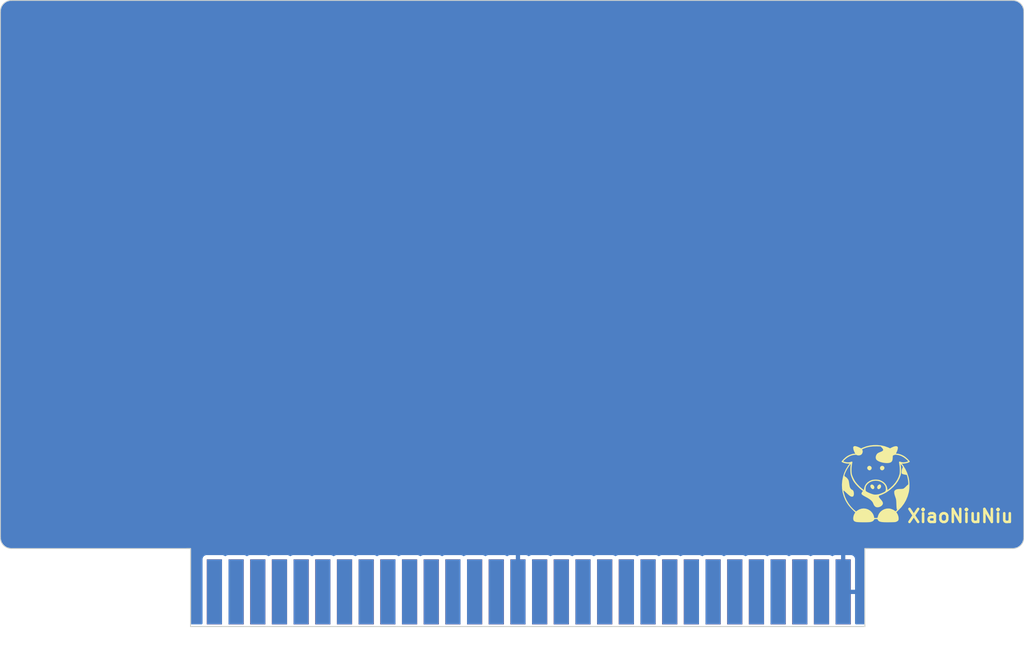
<source format=kicad_pcb>
(kicad_pcb (version 20221018) (generator pcbnew)
  (layers (0 "F.Cu" signal) (31 "B.Cu" signal) (34 "B.Paste" user) (35 "F.Paste" user) (36 "B.SilkS" user "B.Silkscreen") (37 "F.SilkS" user "F.Silkscreen") (38 "B.Mask" user) (39 "F.Mask" user) (44 "Edge.Cuts" user))
  (net 0 "")
  (net 1 "GND")
  (net 2 "+5V")
  (net 3 "/D7")
  (net 4 "/D6")
  (net 5 "/D5")
  (net 6 "/D4")
  (net 7 "/D3")
  (net 8 "/D2")
  (net 9 "/D1")
  (net 10 "/D0")
  (net 11 "/A0")
  (net 12 "/A1")
  (net 37 "/A11")
  (net 38 "/CLOCK")
  (net 39 "/A10")
  (net 40 "/A12")
  (net 41 "/A9")
  (net 42 "/A13")
  (net 43 "/A8")
  (net 44 "/A14")
  (net 45 "/A7")
  (net 46 "/A15")
  (net 47 "/A6")
  (net 48 "/A5")
  (net 49 "/A4")
  (net 50 "/A3")
  (net 51 "/A2")
  (net 52 "/RW")
  (net 53 "/IRQ3B")
  (net 54 "/PORT1CSB")
  (net 55 "/RESET")
  (net 56 "/RAMCSB")
  (net 57 "/DMAB")
  (net 58 "/NMIB")
  (footprint "Connector_NES:NES_PCBEdge" (layer "F.Cu") (at 139.7 130.81)
    (fp_text reference "J1")
    (fp_text value "PORT1")
    (fp_line (start -38.862 -5.08) (end -38.354 -5.08) (stroke (width 0.12)) (layer "Edge.Cuts"))
    (fp_line (start -38.354 -5.08) (end -38.354 4.064) (stroke (width 0.12)) (layer "Edge.Cuts"))
    (fp_line (start 40.64 -5.08) (end 41.148 -5.08) (stroke (width 0.12)) (layer "Edge.Cuts"))
    (fp_line (start 40.64 4.064) (end -38.354 4.064) (stroke (width 0.12)) (layer "Edge.Cuts"))
    (fp_line (start 40.64 4.064) (end 40.64 -5.08) (stroke (width 0.12)) (layer "Edge.Cuts"))
    (pad "1" connect rect (at 38.1 0) (size 1.78 7.62) (layers "B.Cu" "B.Mask") (net 1 "GND"))
    (pad "2" connect rect (at 38.1 0) (size 1.78 7.62) (layers "F.Cu" "F.Mask") (net 2 "+5V"))
    (pad "3" connect rect (at 35.56 0) (size 1.78 7.62) (layers "B.Cu" "B.Mask") (net 37 "/A11"))
    (pad "4" connect rect (at 35.56 0) (size 1.78 7.62) (layers "F.Cu" "F.Mask") (net 38 "/CLOCK"))
    (pad "5" connect rect (at 33.02 0) (size 1.78 7.62) (layers "B.Cu" "B.Mask") (net 39 "/A10"))
    (pad "6" connect rect (at 33.02 0) (size 1.78 7.62) (layers "F.Cu" "F.Mask") (net 40 "/A12"))
    (pad "7" connect rect (at 30.48 0) (size 1.78 7.62) (layers "B.Cu" "B.Mask") (net 41 "/A9"))
    (pad "8" connect rect (at 30.48 0) (size 1.78 7.62) (layers "F.Cu" "F.Mask") (net 42 "/A13"))
    (pad "9" connect rect (at 27.94 0) (size 1.78 7.62) (layers "B.Cu" "B.Mask") (net 43 "/A8"))
    (pad "10" connect rect (at 27.94 0) (size 1.78 7.62) (layers "F.Cu" "F.Mask") (net 44 "/A14"))
    (pad "11" connect rect (at 25.4 0) (size 1.78 7.62) (layers "B.Cu" "B.Mask") (net 45 "/A7"))
    (pad "12" connect rect (at 25.4 0) (size 1.78 7.62) (layers "F.Cu" "F.Mask") (net 46 "/A15"))
    (pad "13" connect rect (at 22.86 0) (size 1.78 7.62) (layers "B.Cu" "B.Mask") (net 47 "/A6"))
    (pad "14" connect rect (at 22.86 0) (size 1.78 7.62) (layers "F.Cu" "F.Mask") (net 3 "/D7"))
    (pad "15" connect rect (at 20.32 0) (size 1.78 7.62) (layers "B.Cu" "B.Mask") (net 48 "/A5"))
    (pad "16" connect rect (at 20.32 0) (size 1.78 7.62) (layers "F.Cu" "F.Mask") (net 4 "/D6"))
    (pad "17" connect rect (at 17.78 0) (size 1.78 7.62) (layers "B.Cu" "B.Mask") (net 49 "/A4"))
    (pad "18" connect rect (at 17.78 0) (size 1.78 7.62) (layers "F.Cu" "F.Mask") (net 5 "/D5"))
    (pad "19" connect rect (at 15.24 0) (size 1.78 7.62) (layers "B.Cu" "B.Mask") (net 50 "/A3"))
    (pad "20" connect rect (at 15.24 0) (size 1.78 7.62) (layers "F.Cu" "F.Mask") (net 6 "/D4"))
    (pad "21" connect rect (at 12.7 0) (size 1.78 7.62) (layers "B.Cu" "B.Mask") (net 51 "/A2"))
    (pad "22" connect rect (at 12.7 0) (size 1.78 7.62) (layers "F.Cu" "F.Mask") (net 7 "/D3"))
    (pad "23" connect rect (at 10.16 0) (size 1.78 7.62) (layers "B.Cu" "B.Mask") (net 12 "/A1"))
    (pad "24" connect rect (at 10.16 0) (size 1.78 7.62) (layers "F.Cu" "F.Mask") (net 8 "/D2"))
    (pad "25" connect rect (at 7.62 0) (size 1.78 7.62) (layers "B.Cu" "B.Mask") (net 11 "/A0"))
    (pad "26" connect rect (at 7.62 0) (size 1.78 7.62) (layers "F.Cu" "F.Mask") (net 9 "/D1"))
    (pad "27" connect rect (at 5.08 0) (size 1.78 7.62) (layers "B.Cu" "B.Mask") (net 52 "/RW"))
    (pad "28" connect rect (at 5.08 0) (size 1.78 7.62) (layers "F.Cu" "F.Mask") (net 10 "/D0"))
    (pad "29" connect rect (at 2.54 0) (size 1.78 7.62) (layers "B.Cu" "B.Mask") (net 53 "/IRQ3B"))
    (pad "30" connect rect (at 2.54 0) (size 1.78 7.62) (layers "F.Cu" "F.Mask") (net 54 "/PORT1CSB"))
    (pad "31" connect rect (at 0 0) (size 1.78 7.62) (layers "B.Cu" "B.Mask") (net 1 "GND"))
    (pad "32" connect rect (at 0 0) (size 1.78 7.62) (layers "F.Cu" "F.Mask") (net 55 "/RESET"))
    (pad "33" connect rect (at -2.54 0) (size 1.78 7.62) (layers "B.Cu" "B.Mask") (net 56 "/RAMCSB"))
    (pad "34" connect rect (at -2.54 0) (size 1.78 7.62) (layers "F.Cu" "F.Mask") (net 57 "/DMAB"))
    (pad "35" connect rect (at -5.08 0) (size 1.78 7.62) (layers "B.Cu" "B.Mask"))
    (pad "36" connect rect (at -5.08 0) (size 1.78 7.62) (layers "F.Cu" "F.Mask") (net 58 "/NMIB"))
    (pad "37" connect rect (at -7.62 0) (size 1.78 7.62) (layers "B.Cu" "B.Mask"))
    (pad "38" connect rect (at -7.62 0) (size 1.78 7.62) (layers "F.Cu" "F.Mask"))
    (pad "39" connect rect (at -10.16 0) (size 1.78 7.62) (layers "B.Cu" "B.Mask"))
    (pad "40" connect rect (at -10.16 0) (size 1.78 7.62) (layers "F.Cu" "F.Mask"))
    (pad "41" connect rect (at -12.7 0) (size 1.78 7.62) (layers "B.Cu" "B.Mask"))
    (pad "42" connect rect (at -12.7 0) (size 1.78 7.62) (layers "F.Cu" "F.Mask"))
    (pad "43" connect rect (at -15.24 0) (size 1.78 7.62) (layers "B.Cu" "B.Mask"))
    (pad "44" connect rect (at -15.24 0) (size 1.78 7.62) (layers "F.Cu" "F.Mask"))
    (pad "45" connect rect (at -17.78 0) (size 1.78 7.62) (layers "B.Cu" "B.Mask"))
    (pad "46" connect rect (at -17.78 0) (size 1.78 7.62) (layers "F.Cu" "F.Mask"))
    (pad "47" connect rect (at -20.32 0) (size 1.78 7.62) (layers "B.Cu" "B.Mask"))
    (pad "48" connect rect (at -20.32 0) (size 1.78 7.62) (layers "F.Cu" "F.Mask"))
    (pad "49" connect rect (at -22.86 0) (size 1.78 7.62) (layers "B.Cu" "B.Mask"))
    (pad "50" connect rect (at -22.86 0) (size 1.78 7.62) (layers "F.Cu" "F.Mask"))
    (pad "51" connect rect (at -25.4 0) (size 1.78 7.62) (layers "B.Cu" "B.Mask"))
    (pad "52" connect rect (at -25.4 0) (size 1.78 7.62) (layers "F.Cu" "F.Mask"))
    (pad "53" connect rect (at -27.94 0) (size 1.78 7.62) (layers "B.Cu" "B.Mask"))
    (pad "54" connect rect (at -27.94 0) (size 1.78 7.62) (layers "F.Cu" "F.Mask"))
    (pad "55" connect rect (at -30.48 0) (size 1.78 7.62) (layers "B.Cu" "B.Mask"))
    (pad "56" connect rect (at -30.48 0) (size 1.78 7.62) (layers "F.Cu" "F.Mask"))
    (pad "57" connect rect (at -33.02 0) (size 1.78 7.62) (layers "B.Cu" "B.Mask"))
    (pad "58" connect rect (at -33.02 0) (size 1.78 7.62) (layers "F.Cu" "F.Mask"))
    (pad "59" connect rect (at -35.56 0) (size 1.78 7.62) (layers "B.Cu" "B.Mask") (net 2 "+5V"))
    (pad "60" connect rect (at -35.56 0) (size 1.78 7.62) (layers "F.Cu" "F.Mask"))
  )
  (footprint "Cow:VerySmallCow" (layer "F.Cu") (at 181.61 118.11)
    (fp_text reference "XiaoNiuNiu" (at 9.906 3.81) (layer "F.SilkS") (effects (font (size 1.524 1.524) (thickness 0.3))))
    (fp_text value "LOGO" hide)
    (fp_poly (pts (xy 0.860799 -2.06454) (xy 0.94554 -2.009357) (xy 1.002926 -1.926687) (xy 1.024956 -1.827545) (xy 1.003631 -1.722943) (xy 0.94195 -1.634423) (xy 0.835669 -1.562606) (xy 0.723038 -1.548697) (xy 0.612022 -1.59366) (xy 0.611036 -1.594348) (xy 0.533216 -1.681325) (xy 0.501606 -1.788839) (xy 0.515058 -1.899642) (xy 0.572425 -1.996486) (xy 0.641253 -2.048393) (xy 0.756703 -2.081223)) (fill solid) (layer "F.SilkS"))
    (fp_poly (pts (xy -0.651099 -2.063236) (xy -0.563352 -2.013403) (xy -0.498777 -1.936634) (xy -0.468786 -1.840151) (xy -0.484791 -1.731176) (xy -0.498695 -1.70013) (xy -0.578736 -1.597979) (xy -0.678891 -1.549409) (xy -0.788349 -1.55614) (xy -0.8963 -1.619892) (xy -0.911639 -1.634423) (xy -0.9836 -1.740747) (xy -0.996673 -1.852832) (xy -0.950324 -1.964026) (xy -0.939249 -1.978908) (xy -0.850459 -2.05321) (xy -0.750605 -2.078912)) (fill solid) (layer "F.SilkS"))
    (fp_poly (pts (xy -0.387859 0.117826) (xy -0.283719 0.181951) (xy -0.207068 0.276038) (xy -0.163313 0.385063) (xy -0.157858 0.494) (xy -0.196108 0.587825) (xy -0.212172 0.606205) (xy -0.292122 0.658239) (xy -0.37742 0.654366) (xy -0.475737 0.594122) (xy -0.480615 0.590058) (xy -0.558677 0.499444) (xy -0.610844 0.390506) (xy -0.628159 0.285396) (xy -0.621255 0.24215) (xy -0.569263 0.161428) (xy -0.487384 0.115103) (xy -0.39717 0.114656)) (fill solid) (layer "F.SilkS"))
    (fp_poly (pts (xy 0.506748 0.099096) (xy 0.561829 0.137845) (xy 0.575895 0.151551) (xy 0.625855 0.240497) (xy 0.632601 0.34987) (xy 0.600519 0.462558) (xy 0.533994 0.561448) (xy 0.455646 0.620847) (xy 0.361378 0.65965) (xy 0.29364 0.657328) (xy 0.233223 0.612536) (xy 0.226057 0.604802) (xy 0.178888 0.511536) (xy 0.177097 0.400448) (xy 0.215853 0.28768) (xy 0.290323 0.189377) (xy 0.366719 0.134847) (xy 0.44968 0.098733)) (fill solid) (layer "F.SilkS"))
    (fp_poly (pts (xy 0.640521 -4.469991) (xy 1.065821 -4.374767) (xy 1.46632 -4.230513) (xy 1.499899 -4.215538) (xy 1.685681 -4.1313) (xy 1.880967 -4.231898) (xy 2.073661 -4.317766) (xy 2.24576 -4.368126) (xy 2.390864 -4.382513) (xy 2.502572 -4.360463) (xy 2.574483 -4.301512) (xy 2.584615 -4.282916) (xy 2.600786 -4.188609) (xy 2.58625 -4.057241) (xy 2.543915 -3.902196) (xy 2.476689 -3.736861) (xy 2.457532 -3.697841) (xy 2.410841 -3.591207) (xy 2.394498 -3.518599) (xy 2.408713 -3.48615) (xy 2.450674 -3.498081) (xy 2.512031 -3.508174) (xy 2.61536 -3.496189) (xy 2.747628 -3.465524) (xy 2.895797 -3.419576) (xy 3.046834 -3.361743) (xy 3.145174 -3.317045) (xy 3.287158 -3.242592) (xy 3.409309 -3.165238) (xy 3.529583 -3.071952) (xy 3.665937 -2.949703) (xy 3.713491 -2.904642) (xy 3.821002 -2.79794) (xy 3.910217 -2.701926) (xy 3.972784 -2.626147) (xy 4.00035 -2.580151) (xy 4.000955 -2.57608) (xy 3.972801 -2.532061) (xy 3.896239 -2.485091) (xy 3.78312 -2.43884) (xy 3.645292 -2.396981) (xy 3.494605 -2.363185) (xy 3.342909 -2.341124) (xy 3.220818 -2.334339) (xy 3.062042 -2.333891) (xy 3.225779 -2.105688) (xy 3.483063 -1.695315) (xy 3.688207 -1.25412) (xy 3.841045 -0.782487) (xy 3.884779 -0.598133) (xy 3.926378 -0.337788) (xy 3.949765 -0.042295) (xy 3.954985 0.26834) (xy 3.94208 0.574109) (xy 3.911095 0.855005) (xy 3.881284 1.014754) (xy 3.742653 1.499902) (xy 3.553764 1.951433) (xy 3.313737 2.370894) (xy 3.021694 2.759835) (xy 2.695196 3.102539) (xy 2.419204 3.362347) (xy 2.482218 3.450842) (xy 2.590636 3.647133) (xy 2.662606 3.871512) (xy 2.686386 4.031265) (xy 2.688564 4.181386) (xy 2.66399 4.289136) (xy 2.604928 4.369708) (xy 2.503643 4.43829) (xy 2.470287 4.455608) (xy 2.41965 4.479803) (xy 2.371045 4.498366) (xy 2.315582 4.512185) (xy 2.244369 4.52215) (xy 2.148517 4.52915) (xy 2.019135 4.534074) (xy 1.847333 4.537812) (xy 1.62422 4.541253) (xy 1.612371 4.541422) (xy 1.291201 4.54326) (xy 1.024809 4.538033) (xy 0.807637 4.524568) (xy 0.63413 4.501691) (xy 0.49873 4.468229) (xy 0.395882 4.423007) (xy 0.32003 4.364853) (xy 0.265616 4.292593) (xy 0.245566 4.252745) (xy 0.218526 4.199335) (xy 0.186172 4.171469) (xy 0.130496 4.161858) (xy 0.033489 4.163209) (xy 0.025144 4.16351) (xy -0.075977 4.169436) (xy -0.135502 4.184041) (xy -0.172452 4.21652) (xy -0.205267 4.2749) (xy -0.283866 4.374984) (xy -0.410121 4.451309) (xy -0.588642 4.506465) (xy -0.634711 4.515887) (xy -0.733008 4.527718) (xy -0.877971 4.536343) (xy -1.057772 4.541866) (xy -1.260586 4.544388) (xy -1.474586 4.544014) (xy -1.687946 4.540847) (xy -1.88884 4.53499) (xy -2.065442 4.526546) (xy -2.205926 4.515619) (xy -2.298465 4.502312) (xy -2.302736 4.501319) (xy -2.457804 4.445923) (xy -2.561407 4.363333) (xy -2.619239 4.246556) (xy -2.636993 4.09065) (xy -2.618351 3.905338) (xy -2.567732 3.71489) (xy -2.493097 3.545843) (xy -2.455815 3.48664) (xy -2.390842 3.395394) (xy -2.751298 3.038926) (xy -3.011438 2.764524) (xy -3.22711 2.496993) (xy -3.41005 2.220491) (xy -3.554357 1.955012) (xy -3.738921 1.517467) (xy -3.867477 1.063828) (xy -3.901714 0.846474) (xy -3.777637 0.846474) (xy -3.770639 0.897543) (xy -3.751399 0.987469) (xy -3.723465 1.106324) (xy -3.596652 1.519024) (xy -3.417689 1.924224) (xy -3.193296 2.311026) (xy -2.930193 2.668531) (xy -2.635101 2.985842) (xy -2.478379 3.125419) (xy -2.301956 3.27224) (xy -2.151013 3.163799) (xy -1.911008 3.026225) (xy -1.657838 2.944874) (xy -1.399064 2.919141) (xy -1.142247 2.948425) (xy -0.894949 3.03212) (xy -0.66473 3.169623) (xy -0.521428 3.293918) (xy -0.384066 3.458847) (xy -0.275363 3.644615) (xy -0.205762 3.831751) (xy -0.189867 3.912069) (xy -0.17388 4.031265) (xy 0.018569 4.031265) (xy 0.12344 4.029727) (xy 0.182971 4.021091) (xy 0.212432 3.999321) (xy 0.227093 3.958381) (xy 0.229472 3.947911) (xy 0.295195 3.717228) (xy 0.385169 3.527306) (xy 0.509382 3.359987) (xy 0.608168 3.25945) (xy 0.817949 3.101541) (xy 1.054248 2.990544) (xy 1.305349 2.930044) (xy 1.559539 2.923623) (xy 1.661169 2.937314) (xy 1.794713 2.971118) (xy 1.937127 3.021935) (xy 2.07106 3.082045) (xy 2.179161 3.14373) (xy 2.240907 3.195259) (xy 2.289858 3.235277) (xy 2.344128 3.231048) (xy 2.417833 3.180491) (xy 2.433662 3.166832) (xy 2.487493 3.112929) (xy 2.499631 3.07165) (xy 2.479609 3.023816) (xy 2.462297 2.961798) (xy 2.446905 2.842239) (xy 2.43372 2.668197) (xy 2.423032 2.442731) (xy 2.421835 2.409665) (xy 2.414571 2.213562) (xy 2.407098 2.064751) (xy 2.397344 1.949933) (xy 2.383238 1.85581) (xy 2.362707 1.769082) (xy 2.333681 1.67645) (xy 2.294087 1.564614) (xy 2.287277 1.545823) (xy 2.220761 1.344782) (xy 2.182478 1.183351) (xy 2.169503 1.050859) (xy 2.171345 0.946865) (xy 2.185773 0.880443) (xy 2.221008 0.828705) (xy 2.264077 0.787515) (xy 2.35554 0.721126) (xy 2.463581 0.676115) (xy 2.600754 0.649371) (xy 2.779618 0.637783) (xy 2.872871 0.636684) (xy 3.037209 0.631227) (xy 3.169426 0.61614) (xy 3.251749 0.594504) (xy 3.31534 0.554289) (xy 3.404674 0.481425) (xy 3.505015 0.388387) (xy 3.555992 0.336867) (xy 3.647151 0.245041) (xy 3.724951 0.172673) (xy 3.778767 0.129335) (xy 3.795383 0.121241) (xy 3.811423 0.093306) (xy 3.817274 0.016942) (xy 3.813867 -0.096686) (xy 3.802138 -0.236416) (xy 3.783018 -0.391085) (xy 3.757442 -0.54953) (xy 3.726848 -0.698419) (xy 3.697431 -0.821949) (xy 3.672533 -0.921112) (xy 3.655575 -0.98256) (xy 3.65062 -0.99579) (xy 3.618351 -1.005679) (xy 3.541471 -1.022218) (xy 3.435182 -1.042197) (xy 3.409835 -1.046653) (xy 3.286768 -1.072824) (xy 3.178106 -1.104342) (xy 3.105582 -1.134806) (xy 3.101097 -1.137586) (xy 3.062043 -1.166819) (xy 3.040066 -1.200985) (xy 3.031662 -1.255633) (xy 3.03333 -1.346312) (xy 3.037447 -1.420137) (xy 3.061436 -1.613925) (xy 3.108887 -1.762794) (xy 3.119051 -1.783667) (xy 3.155313 -1.870803) (xy 3.170387 -1.942303) (xy 3.167902 -1.964694) (xy 3.139823 -2.016145) (xy 3.090966 -2.088838) (xy 3.033734 -2.166242) (xy 2.980533 -2.231825) (xy 2.943768 -2.269057) (xy 2.937045 -2.272333) (xy 2.931328 -2.245973) (xy 2.935979 -2.177157) (xy 2.944754 -2.114141) (xy 2.964609 -1.944062) (xy 2.975342 -1.746114) (xy 2.977211 -1.537366) (xy 2.970473 -1.334888) (xy 2.955387 -1.155747) (xy 2.932211 -1.017012) (xy 2.927916 -1.000239) (xy 2.797639 -0.63526) (xy 2.610335 -0.279726) (xy 2.369358 0.062337) (xy 2.078059 0.386901) (xy 1.73979 0.689936) (xy 1.357903 0.967415) (xy 1.216022 1.056861) (xy 1.097494 1.123905) (xy 0.959499 1.19433) (xy 0.815367 1.262212) (xy 0.678431 1.321627) (xy 0.562022 1.36665) (xy 0.479472 1.391359) (xy 0.456698 1.394272) (xy 0.418931 1.419566) (xy 0.38309 1.478236) (xy 0.364177 1.544465) (xy 0.363723 1.554288) (xy 0.382893 1.594008) (xy 0.434481 1.666239) (xy 0.509604 1.759116) (xy 0.563775 1.821496) (xy 0.692211 1.974072) (xy 0.77868 2.098964) (xy 0.828759 2.206095) (xy 0.848028 2.305391) (xy 0.848688 2.328434) (xy 0.820427 2.449155) (xy 0.743571 2.560023) (xy 0.630011 2.655229) (xy 0.491638 2.728961) (xy 0.340343 2.775409) (xy 0.188017 2.788764) (xy 0.04655 2.763213) (xy 0.000062 2.74311) (xy -0.105372 2.661705) (xy -0.199659 2.540649) (xy -0.266845 2.400722) (xy -0.269859 2.391578) (xy -0.333221 2.239178) (xy -0.424658 2.099464) (xy -0.550372 1.966772) (xy -0.716566 1.835436) (xy -0.92944 1.699794) (xy -1.175612 1.564363) (xy -1.378718 1.452641) (xy -1.526322 1.357999) (xy -1.620585 1.278801) (xy -1.663665 1.213413) (xy -1.667064 1.192148) (xy -1.650601 1.113179) (xy -1.610249 1.021385) (xy -1.559569 0.943644) (xy -1.525931 0.912403) (xy -1.487169 0.883907) (xy -1.50098 0.861118) (xy -1.523706 0.846837) (xy -1.662638 0.749447) (xy -1.824872 0.612843) (xy -1.999653 0.447961) (xy -2.176224 0.265732) (xy -2.343828 0.077093) (xy -2.491707 -0.107022) (xy -2.571804 -0.218571) (xy -2.656771 -0.362922) (xy -2.745068 -0.544764) (xy -2.827421 -0.742293) (xy -2.894553 -0.933705) (xy -2.928826 -1.057925) (xy -2.950225 -1.191943) (xy -2.964519 -1.366993) (xy -2.971447 -1.563875) (xy -2.970747 -1.763388) (xy -2.962159 -1.946331) (xy -2.94542 -2.093504) (xy -2.943094 -2.106558) (xy -2.927626 -2.197426) (xy -2.923884 -2.252804) (xy -2.935471 -2.270087) (xy -2.965994 -2.24667) (xy -3.019058 -2.179948) (xy -3.098268 -2.067317) (xy -3.194784 -1.924702) (xy -3.353865 -1.672188) (xy -3.480111 -1.433327) (xy -3.586915 -1.182557) (xy -3.595572 -1.15975) (xy -3.641461 -1.029664) (xy -3.661126 -0.941696) (xy -3.653199 -0.882668) (xy -3.616312 -0.839406) (xy -3.558582 -0.803794) (xy -3.439635 -0.719808) (xy -3.324589 -0.604753) (xy -3.228761 -0.476912) (xy -3.167473 -0.354569) (xy -3.159453 -0.327438) (xy -3.140647 -0.235789) (xy -3.118888 -0.107599) (xy -3.098115 0.033446) (xy -3.092902 0.072864) (xy -3.071785 0.209534) (xy -3.045997 0.336422) (xy -3.020156 0.431706) (xy -3.01272 0.451742) (xy -2.94392 0.573595) (xy -2.854427 0.673167) (xy -2.759771 0.734105) (xy -2.737796 0.741218) (xy -2.663866 0.788463) (xy -2.607527 0.879228) (xy -2.569769 0.999097) (xy -2.551584 1.133656) (xy -2.553961 1.268488) (xy -2.577892 1.38918) (xy -2.624364 1.481317) (xy -2.683816 1.526995) (xy -2.764525 1.54483) (xy -2.851231 1.534631) (xy -2.950398 1.492788) (xy -3.068491 1.415688) (xy -3.211974 1.29972) (xy -3.387313 1.141273) (xy -3.406534 1.123249) (xy -3.522995 1.015546) (xy -3.625052 0.924544) (xy -3.70415 0.857615) (xy -3.751732 0.822131) (xy -3.760355 0.818377) (xy -3.773755 0.823629) (xy -3.777637 0.846474) (xy -3.901714 0.846474) (xy -3.940565 0.599841) (xy -3.958726 0.131253) (xy -3.922502 -0.336189) (xy -3.832432 -0.796738) (xy -3.689058 -1.244648) (xy -3.492922 -1.674172) (xy -3.244562 -2.079564) (xy -3.164265 -2.189917) (xy -3.055528 -2.333891) (xy -3.217561 -2.334339) (xy -3.361752 -2.343352) (xy -3.514821 -2.367214) (xy -3.664969 -2.402283) (xy -3.800396 -2.444918) (xy -3.909304 -2.491478) (xy -3.979893 -2.538322) (xy -4.000954 -2.57608) (xy -3.980697 -2.614859) (xy -3.788783 -2.614859) (xy -3.761119 -2.590686) (xy -3.687981 -2.563191) (xy -3.584147 -2.535716) (xy -3.464397 -2.511599) (xy -3.343509 -2.494182) (xy -3.236262 -2.486805) (xy -3.222059 -2.486772) (xy -3.1027 -2.497491) (xy -2.983991 -2.522571) (xy -2.95525 -2.531781) (xy -2.85014 -2.566782) (xy -2.780962 -2.577448) (xy -2.743431 -2.556844) (xy -2.733263 -2.498033) (xy -2.746172 -2.394079) (xy -2.776814 -2.24296) (xy -2.802168 -2.084319) (xy -2.819416 -1.892808) (xy -2.828326 -1.68554) (xy -2.828663 -1.479627) (xy -2.820193 -1.29218) (xy -2.802684 -1.140312) (xy -2.792557 -1.09117) (xy -2.739663 -0.924922) (xy -2.659704 -0.730737) (xy -2.562233 -0.528986) (xy -2.456806 -0.340042) (xy -2.394596 -0.242608) (xy -2.256348 -0.059827) (xy -2.082 0.138839) (xy -1.886923 0.337247) (xy -1.686484 0.519253) (xy -1.606444 0.585289) (xy -1.379117 0.766747) (xy -1.365025 0.655245) (xy -1.182214 0.655245) (xy -1.178867 0.774027) (xy -1.164838 0.858066) (xy -1.163088 0.862964) (xy -1.122852 0.905784) (xy -1.036151 0.961888) (xy -0.914295 1.026202) (xy -0.768593 1.093655) (xy -0.610354 1.159171) (xy -0.450887 1.217679) (xy -0.301502 1.264104) (xy -0.227327 1.282741) (xy -0.074762 1.298944) (xy 0.110649 1.290823) (xy 0.306851 1.259754) (xy 0.366452 1.245669) (xy 0.501018 1.205015) (xy 0.654467 1.149188) (xy 0.809934 1.085335) (xy 0.950551 1.0206) (xy 1.059453 0.962132) (xy 1.100413 0.934701) (xy 1.156272 0.856684) (xy 1.185837 0.739316) (xy 1.189729 0.597562) (xy 1.168566 0.446389) (xy 1.122969 0.300763) (xy 1.069948 0.199281) (xy 0.912798 0.011086) (xy 0.718996 -0.136581) (xy 0.497524 -0.243093) (xy 0.257367 -0.307821) (xy 0.00751 -0.330138) (xy -0.243065 -0.309418) (xy -0.485371 -0.245032) (xy -0.710427 -0.136353) (xy -0.909246 0.017247) (xy -0.94961 0.058237) (xy -1.031265 0.153967) (xy -1.100353 0.249824) (xy -1.138449 0.317925) (xy -1.160977 0.404446) (xy -1.175908 0.524469) (xy -1.182214 0.655245) (xy -1.365025 0.655245) (xy -1.357049 0.592145) (xy -1.329759 0.457999) (xy -1.285609 0.316161) (xy -1.261257 0.256505) (xy -1.127964 0.034933) (xy -0.94685 -0.151002) (xy -0.716852 -0.302211) (xy -0.497697 -0.398513) (xy -0.319633 -0.443247) (xy -0.107943 -0.465441) (xy 0.114724 -0.465095) (xy 0.325718 -0.442209) (xy 0.497697 -0.398513) (xy 0.757392 -0.2785) (xy 0.976093 -0.124794) (xy 1.149617 0.05786) (xy 1.273786 0.264719) (xy 1.344417 0.491038) (xy 1.355827 0.575195) (xy 1.367719 0.671252) (xy 1.381988 0.737384) (xy 1.393501 0.757756) (xy 1.423599 0.7394) (xy 1.490226 0.689351) (xy 1.58369 0.615144) (xy 1.694298 0.52431) (xy 1.700121 0.519453) (xy 2.019453 0.222667) (xy 2.291427 -0.093618) (xy 2.51274 -0.424454) (xy 2.680087 -0.764892) (xy 2.790165 -1.109984) (xy 2.791271 -1.11477) (xy 2.809315 -1.238959) (xy 2.819035 -1.406483) (xy 2.820692 -1.600665) (xy 2.814552 -1.804831) (xy 2.800878 -2.002305) (xy 2.779935 -2.176412) (xy 2.773895 -2.21265) (xy 2.746203 -2.375206) (xy 2.733919 -2.485347) (xy 2.741095 -2.550205) (xy 2.771785 -2.576913) (xy 2.830042 -2.572602) (xy 2.919919 -2.544407) (xy 2.955251 -2.531781) (xy 3.064748 -2.503894) (xy 3.188751 -2.488029) (xy 3.22206 -2.486772) (xy 3.325933 -2.492328) (xy 3.445698 -2.508432) (xy 3.566576 -2.531744) (xy 3.673787 -2.558924) (xy 3.752552 -2.586631) (xy 3.788093 -2.611526) (xy 3.788783 -2.614859) (xy 3.7659 -2.657183) (xy 3.704165 -2.7256) (xy 3.613953 -2.810822) (xy 3.505637 -2.903561) (xy 3.389591 -2.994529) (xy 3.276189 -3.074439) (xy 3.273509 -3.076194) (xy 2.99458 -3.227227) (xy 2.698805 -3.324093) (xy 2.485442 -3.361018) (xy 2.355667 -3.373299) (xy 2.269407 -3.372151) (xy 2.210885 -3.356768) (xy 2.190983 -3.345995) (xy 2.116807 -3.313105) (xy 2.06578 -3.303819) (xy 2.038186 -3.298085) (xy 2.019947 -3.273405) (xy 2.008258 -3.218559) (xy 2.000316 -3.122328) (xy 1.995389 -3.02214) (xy 1.979431 -2.834443) (xy 1.946918 -2.694896) (xy 1.8926 -2.592094) (xy 1.81123 -2.514629) (xy 1.74284 -2.473243) (xy 1.596854 -2.422633) (xy 1.414145 -2.398967) (xy 1.206417 -2.39985) (xy 0.985373 -2.422889) (xy 0.762716 -2.46569) (xy 0.550149 -2.52586) (xy 0.359375 -2.601006) (xy 0.202097 -2.688732) (xy 0.090018 -2.786646) (xy 0.068198 -2.81576) (xy 0.01017 -2.955414) (xy 0.001158 -3.11366) (xy 0.038732 -3.27703) (xy 0.120459 -3.432056) (xy 0.195635 -3.521498) (xy 0.263516 -3.571076) (xy 0.368144 -3.627412) (xy 0.488371 -3.679283) (xy 0.503787 -3.68502) (xy 0.680577 -3.756698) (xy 0.799837 -3.82483) (xy 0.863986 -3.894854) (xy 0.875445 -3.972208) (xy 0.836634 -4.062329) (xy 0.749974 -4.170657) (xy 0.729597 -4.192387) (xy 0.580197 -4.349002) (xy 0.123173 -4.360149) (xy -0.331296 -4.351374) (xy -0.743844 -4.301419) (xy -1.117565 -4.209704) (xy -1.455557 -4.075647) (xy -1.493729 -4.056755) (xy -1.564071 -4.018164) (xy -1.588444 -3.989013) (xy -1.575778 -3.953032) (xy -1.561927 -3.93249) (xy -1.521446 -3.826231) (xy -1.522087 -3.697551) (xy -1.560072 -3.56476) (xy -1.631625 -3.446169) (xy -1.670736 -3.405038) (xy -1.789189 -3.333137) (xy -1.935637 -3.295758) (xy -2.084555 -3.29895) (xy -2.102691 -3.302643) (xy -2.184732 -3.326314) (xy -2.240548 -3.351329) (xy -2.247186 -3.356542) (xy -2.294138 -3.369266) (xy -2.384898 -3.368547) (xy -2.504655 -3.356379) (xy -2.638596 -3.334755) (xy -2.771906 -3.30567) (xy -2.889773 -3.271116) (xy -2.89463 -3.26941) (xy -3.015973 -3.218007) (xy -3.154925 -3.146817) (xy -3.273508 -3.076194) (xy -3.386714 -2.996675) (xy -3.50282 -2.905868) (xy -3.611451 -2.813061) (xy -3.702236 -2.727542) (xy -3.764799 -2.658598) (xy -3.788768 -2.615517) (xy -3.788783 -2.614859) (xy -3.980697 -2.614859) (xy -3.979979 -2.616233) (xy -3.922621 -2.687748) (xy -3.837234 -2.781077) (xy -3.732171 -2.886671) (xy -3.713491 -2.904642) (xy -3.568654 -3.038322) (xy -3.445377 -3.139064) (xy -3.325703 -3.219898) (xy -3.191674 -3.293855) (xy -3.145174 -3.317045) (xy -2.976629 -3.390774) (xy -2.808436 -3.448749) (xy -2.653694 -3.4877) (xy -2.5255 -3.504356) (xy -2.436953 -3.495444) (xy -2.434495 -3.494538) (xy -2.400193 -3.491447) (xy -2.399313 -3.503583) (xy -2.418123 -3.542492) (xy -2.456026 -3.62042) (xy -2.505505 -3.721918) (xy -2.515687 -3.742784) (xy -2.602 -3.9642) (xy -2.63142 -4.126293) (xy -2.636126 -4.226041) (xy -2.627861 -4.285256) (xy -2.600523 -4.323634) (xy -2.561443 -4.352162) (xy -2.506127 -4.381998) (xy -2.448976 -4.391506) (xy -2.367554 -4.382326) (xy -2.307954 -4.370664) (xy -2.192604 -4.338359) (xy -2.05402 -4.287644) (xy -1.92202 -4.229443) (xy -1.920877 -4.228881) (xy -1.704881 -4.122594) (xy -1.509499 -4.211185) (xy -1.109548 -4.360889) (xy -0.684614 -4.461635) (xy -0.244654 -4.513411) (xy 0.200377 -4.516201)) (fill solid) (layer "F.SilkS"))
  )
  (gr_arc (start 80.3402 125.73) (mid 79.442174 125.358026) (end 79.0702 124.46) (stroke (width 0.1)) (layer "Edge.Cuts"))
  (gr_line (start 198.9582 124.46) (end 198.9582 62.738) (stroke (width 0.1)) (layer "Edge.Cuts"))
  (gr_line (start 180.848 125.73) (end 197.6882 125.73) (stroke (width 0.1)) (layer "Edge.Cuts"))
  (gr_line (start 100.838 125.73) (end 80.3402 125.73) (stroke (width 0.1)) (layer "Edge.Cuts"))
  (gr_arc (start 198.9582 124.46) (mid 198.586226 125.358026) (end 197.6882 125.73) (stroke (width 0.1)) (layer "Edge.Cuts"))
  (gr_arc (start 79.0702 62.738) (mid 79.442174 61.839974) (end 80.3402 61.468) (stroke (width 0.1)) (layer "Edge.Cuts"))
  (gr_arc (start 197.6882 61.468001) (mid 198.586226 61.839975) (end 198.9582 62.738) (stroke (width 0.1)) (layer "Edge.Cuts"))
  (gr_line (start 197.6882 61.468001) (end 80.3402 61.468) (stroke (width 0.1)) (layer "Edge.Cuts"))
  (gr_line (start 79.0702 124.46) (end 79.0702 62.738) (stroke (width 0.1)) (layer "Edge.Cuts"))
  (zone (net 1) (net_name "GND") (layer "B.Cu") (connect_pads (clearance 0.5)) (min_thickness 0.25) (fill yes (thermal_gap 0.5) (thermal_bridge_width 0.5))
    (polygon (pts (xy 79.0702 61.468) (xy 198.9582 61.468) (xy 198.9582 134.62) (xy 79.0702 134.62)))
  )
)
</source>
